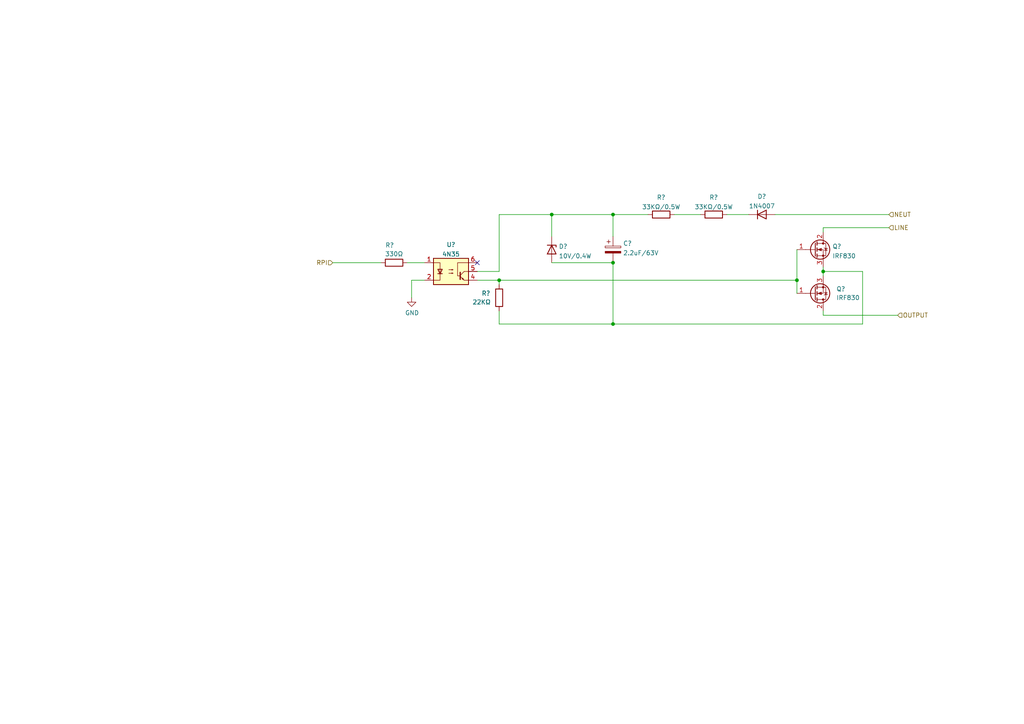
<source format=kicad_sch>
(kicad_sch (version 20211123) (generator eeschema)

  (uuid 78a5a2c5-3fdc-4cab-8c30-f3f709110199)

  (paper "A4")

  (lib_symbols
    (symbol "Device:C_Polarized" (pin_numbers hide) (pin_names (offset 0.254)) (in_bom yes) (on_board yes)
      (property "Reference" "C" (id 0) (at 0.635 2.54 0)
        (effects (font (size 1.27 1.27)) (justify left))
      )
      (property "Value" "C_Polarized" (id 1) (at 0.635 -2.54 0)
        (effects (font (size 1.27 1.27)) (justify left))
      )
      (property "Footprint" "" (id 2) (at 0.9652 -3.81 0)
        (effects (font (size 1.27 1.27)) hide)
      )
      (property "Datasheet" "~" (id 3) (at 0 0 0)
        (effects (font (size 1.27 1.27)) hide)
      )
      (property "ki_keywords" "cap capacitor" (id 4) (at 0 0 0)
        (effects (font (size 1.27 1.27)) hide)
      )
      (property "ki_description" "Polarized capacitor" (id 5) (at 0 0 0)
        (effects (font (size 1.27 1.27)) hide)
      )
      (property "ki_fp_filters" "CP_*" (id 6) (at 0 0 0)
        (effects (font (size 1.27 1.27)) hide)
      )
      (symbol "C_Polarized_0_1"
        (rectangle (start -2.286 0.508) (end 2.286 1.016)
          (stroke (width 0) (type default) (color 0 0 0 0))
          (fill (type none))
        )
        (polyline
          (pts
            (xy -1.778 2.286)
            (xy -0.762 2.286)
          )
          (stroke (width 0) (type default) (color 0 0 0 0))
          (fill (type none))
        )
        (polyline
          (pts
            (xy -1.27 2.794)
            (xy -1.27 1.778)
          )
          (stroke (width 0) (type default) (color 0 0 0 0))
          (fill (type none))
        )
        (rectangle (start 2.286 -0.508) (end -2.286 -1.016)
          (stroke (width 0) (type default) (color 0 0 0 0))
          (fill (type outline))
        )
      )
      (symbol "C_Polarized_1_1"
        (pin passive line (at 0 3.81 270) (length 2.794)
          (name "~" (effects (font (size 1.27 1.27))))
          (number "1" (effects (font (size 1.27 1.27))))
        )
        (pin passive line (at 0 -3.81 90) (length 2.794)
          (name "~" (effects (font (size 1.27 1.27))))
          (number "2" (effects (font (size 1.27 1.27))))
        )
      )
    )
    (symbol "Device:R" (pin_numbers hide) (pin_names (offset 0)) (in_bom yes) (on_board yes)
      (property "Reference" "R" (id 0) (at 2.032 0 90)
        (effects (font (size 1.27 1.27)))
      )
      (property "Value" "R" (id 1) (at 0 0 90)
        (effects (font (size 1.27 1.27)))
      )
      (property "Footprint" "" (id 2) (at -1.778 0 90)
        (effects (font (size 1.27 1.27)) hide)
      )
      (property "Datasheet" "~" (id 3) (at 0 0 0)
        (effects (font (size 1.27 1.27)) hide)
      )
      (property "ki_keywords" "R res resistor" (id 4) (at 0 0 0)
        (effects (font (size 1.27 1.27)) hide)
      )
      (property "ki_description" "Resistor" (id 5) (at 0 0 0)
        (effects (font (size 1.27 1.27)) hide)
      )
      (property "ki_fp_filters" "R_*" (id 6) (at 0 0 0)
        (effects (font (size 1.27 1.27)) hide)
      )
      (symbol "R_0_1"
        (rectangle (start -1.016 -2.54) (end 1.016 2.54)
          (stroke (width 0.254) (type default) (color 0 0 0 0))
          (fill (type none))
        )
      )
      (symbol "R_1_1"
        (pin passive line (at 0 3.81 270) (length 1.27)
          (name "~" (effects (font (size 1.27 1.27))))
          (number "1" (effects (font (size 1.27 1.27))))
        )
        (pin passive line (at 0 -3.81 90) (length 1.27)
          (name "~" (effects (font (size 1.27 1.27))))
          (number "2" (effects (font (size 1.27 1.27))))
        )
      )
    )
    (symbol "Diode:1N4007" (pin_numbers hide) (pin_names (offset 1.016) hide) (in_bom yes) (on_board yes)
      (property "Reference" "D" (id 0) (at 0 2.54 0)
        (effects (font (size 1.27 1.27)))
      )
      (property "Value" "1N4007" (id 1) (at 0 -2.54 0)
        (effects (font (size 1.27 1.27)))
      )
      (property "Footprint" "Diode_THT:D_DO-41_SOD81_P10.16mm_Horizontal" (id 2) (at 0 -4.445 0)
        (effects (font (size 1.27 1.27)) hide)
      )
      (property "Datasheet" "http://www.vishay.com/docs/88503/1n4001.pdf" (id 3) (at 0 0 0)
        (effects (font (size 1.27 1.27)) hide)
      )
      (property "ki_keywords" "diode" (id 4) (at 0 0 0)
        (effects (font (size 1.27 1.27)) hide)
      )
      (property "ki_description" "1000V 1A General Purpose Rectifier Diode, DO-41" (id 5) (at 0 0 0)
        (effects (font (size 1.27 1.27)) hide)
      )
      (property "ki_fp_filters" "D*DO?41*" (id 6) (at 0 0 0)
        (effects (font (size 1.27 1.27)) hide)
      )
      (symbol "1N4007_0_1"
        (polyline
          (pts
            (xy -1.27 1.27)
            (xy -1.27 -1.27)
          )
          (stroke (width 0.254) (type default) (color 0 0 0 0))
          (fill (type none))
        )
        (polyline
          (pts
            (xy 1.27 0)
            (xy -1.27 0)
          )
          (stroke (width 0) (type default) (color 0 0 0 0))
          (fill (type none))
        )
        (polyline
          (pts
            (xy 1.27 1.27)
            (xy 1.27 -1.27)
            (xy -1.27 0)
            (xy 1.27 1.27)
          )
          (stroke (width 0.254) (type default) (color 0 0 0 0))
          (fill (type none))
        )
      )
      (symbol "1N4007_1_1"
        (pin passive line (at -3.81 0 0) (length 2.54)
          (name "K" (effects (font (size 1.27 1.27))))
          (number "1" (effects (font (size 1.27 1.27))))
        )
        (pin passive line (at 3.81 0 180) (length 2.54)
          (name "A" (effects (font (size 1.27 1.27))))
          (number "2" (effects (font (size 1.27 1.27))))
        )
      )
    )
    (symbol "Diode:BZV55B10" (pin_numbers hide) (pin_names (offset 1.016) hide) (in_bom yes) (on_board yes)
      (property "Reference" "D" (id 0) (at 0 2.54 0)
        (effects (font (size 1.27 1.27)))
      )
      (property "Value" "BZV55B10" (id 1) (at 0 -2.54 0)
        (effects (font (size 1.27 1.27)))
      )
      (property "Footprint" "Diode_SMD:D_MiniMELF" (id 2) (at 0 -4.445 0)
        (effects (font (size 1.27 1.27)) hide)
      )
      (property "Datasheet" "https://assets.nexperia.com/documents/data-sheet/BZV55_SER.pdf" (id 3) (at 0 0 0)
        (effects (font (size 1.27 1.27)) hide)
      )
      (property "ki_keywords" "zener diode" (id 4) (at 0 0 0)
        (effects (font (size 1.27 1.27)) hide)
      )
      (property "ki_description" "10V, 500mW, 2%, Zener diode, MiniMELF" (id 5) (at 0 0 0)
        (effects (font (size 1.27 1.27)) hide)
      )
      (property "ki_fp_filters" "D*MiniMELF*" (id 6) (at 0 0 0)
        (effects (font (size 1.27 1.27)) hide)
      )
      (symbol "BZV55B10_0_1"
        (polyline
          (pts
            (xy 1.27 0)
            (xy -1.27 0)
          )
          (stroke (width 0) (type default) (color 0 0 0 0))
          (fill (type none))
        )
        (polyline
          (pts
            (xy -1.27 -1.27)
            (xy -1.27 1.27)
            (xy -0.762 1.27)
          )
          (stroke (width 0.254) (type default) (color 0 0 0 0))
          (fill (type none))
        )
        (polyline
          (pts
            (xy 1.27 -1.27)
            (xy 1.27 1.27)
            (xy -1.27 0)
            (xy 1.27 -1.27)
          )
          (stroke (width 0.254) (type default) (color 0 0 0 0))
          (fill (type none))
        )
      )
      (symbol "BZV55B10_1_1"
        (pin passive line (at -3.81 0 0) (length 2.54)
          (name "K" (effects (font (size 1.27 1.27))))
          (number "1" (effects (font (size 1.27 1.27))))
        )
        (pin passive line (at 3.81 0 180) (length 2.54)
          (name "A" (effects (font (size 1.27 1.27))))
          (number "2" (effects (font (size 1.27 1.27))))
        )
      )
    )
    (symbol "Isolator:4N35" (pin_names (offset 1.016)) (in_bom yes) (on_board yes)
      (property "Reference" "U" (id 0) (at -5.08 5.08 0)
        (effects (font (size 1.27 1.27)) (justify left))
      )
      (property "Value" "4N35" (id 1) (at 0 5.08 0)
        (effects (font (size 1.27 1.27)) (justify left))
      )
      (property "Footprint" "Package_DIP:DIP-6_W7.62mm" (id 2) (at -5.08 -5.08 0)
        (effects (font (size 1.27 1.27) italic) (justify left) hide)
      )
      (property "Datasheet" "https://www.vishay.com/docs/81181/4n35.pdf" (id 3) (at 0 0 0)
        (effects (font (size 1.27 1.27)) (justify left) hide)
      )
      (property "ki_keywords" "NPN DC Optocoupler Base Connected" (id 4) (at 0 0 0)
        (effects (font (size 1.27 1.27)) hide)
      )
      (property "ki_description" "Optocoupler, Phototransistor Output, with Base Connection, Vce 70V, CTR 100%, Viso 5000V, DIP6" (id 5) (at 0 0 0)
        (effects (font (size 1.27 1.27)) hide)
      )
      (property "ki_fp_filters" "DIP*W7.62mm*" (id 6) (at 0 0 0)
        (effects (font (size 1.27 1.27)) hide)
      )
      (symbol "4N35_0_1"
        (rectangle (start -5.08 3.81) (end 5.08 -3.81)
          (stroke (width 0.254) (type default) (color 0 0 0 0))
          (fill (type background))
        )
        (polyline
          (pts
            (xy -3.81 -0.635)
            (xy -2.54 -0.635)
          )
          (stroke (width 0.254) (type default) (color 0 0 0 0))
          (fill (type none))
        )
        (polyline
          (pts
            (xy 2.667 -1.397)
            (xy 3.81 -2.54)
          )
          (stroke (width 0) (type default) (color 0 0 0 0))
          (fill (type none))
        )
        (polyline
          (pts
            (xy 2.667 -1.143)
            (xy 3.81 0)
          )
          (stroke (width 0) (type default) (color 0 0 0 0))
          (fill (type none))
        )
        (polyline
          (pts
            (xy 3.81 -2.54)
            (xy 5.08 -2.54)
          )
          (stroke (width 0) (type default) (color 0 0 0 0))
          (fill (type none))
        )
        (polyline
          (pts
            (xy 3.81 0)
            (xy 5.08 0)
          )
          (stroke (width 0) (type default) (color 0 0 0 0))
          (fill (type none))
        )
        (polyline
          (pts
            (xy 2.667 -0.254)
            (xy 2.667 -2.286)
            (xy 2.667 -2.286)
          )
          (stroke (width 0.3556) (type default) (color 0 0 0 0))
          (fill (type none))
        )
        (polyline
          (pts
            (xy -5.08 -2.54)
            (xy -3.175 -2.54)
            (xy -3.175 2.54)
            (xy -5.08 2.54)
          )
          (stroke (width 0) (type default) (color 0 0 0 0))
          (fill (type none))
        )
        (polyline
          (pts
            (xy -3.175 -0.635)
            (xy -3.81 0.635)
            (xy -2.54 0.635)
            (xy -3.175 -0.635)
          )
          (stroke (width 0.254) (type default) (color 0 0 0 0))
          (fill (type none))
        )
        (polyline
          (pts
            (xy 3.683 -2.413)
            (xy 3.429 -1.905)
            (xy 3.175 -2.159)
            (xy 3.683 -2.413)
          )
          (stroke (width 0) (type default) (color 0 0 0 0))
          (fill (type none))
        )
        (polyline
          (pts
            (xy 5.08 2.54)
            (xy 1.905 2.54)
            (xy 1.905 -1.27)
            (xy 2.54 -1.27)
          )
          (stroke (width 0) (type default) (color 0 0 0 0))
          (fill (type none))
        )
        (polyline
          (pts
            (xy -0.635 -0.508)
            (xy 0.635 -0.508)
            (xy 0.254 -0.635)
            (xy 0.254 -0.381)
            (xy 0.635 -0.508)
          )
          (stroke (width 0) (type default) (color 0 0 0 0))
          (fill (type none))
        )
        (polyline
          (pts
            (xy -0.635 0.508)
            (xy 0.635 0.508)
            (xy 0.254 0.381)
            (xy 0.254 0.635)
            (xy 0.635 0.508)
          )
          (stroke (width 0) (type default) (color 0 0 0 0))
          (fill (type none))
        )
      )
      (symbol "4N35_1_1"
        (pin passive line (at -7.62 2.54 0) (length 2.54)
          (name "~" (effects (font (size 1.27 1.27))))
          (number "1" (effects (font (size 1.27 1.27))))
        )
        (pin passive line (at -7.62 -2.54 0) (length 2.54)
          (name "~" (effects (font (size 1.27 1.27))))
          (number "2" (effects (font (size 1.27 1.27))))
        )
        (pin no_connect line (at -5.08 0 0) (length 2.54) hide
          (name "NC" (effects (font (size 1.27 1.27))))
          (number "3" (effects (font (size 1.27 1.27))))
        )
        (pin passive line (at 7.62 -2.54 180) (length 2.54)
          (name "~" (effects (font (size 1.27 1.27))))
          (number "4" (effects (font (size 1.27 1.27))))
        )
        (pin passive line (at 7.62 0 180) (length 2.54)
          (name "~" (effects (font (size 1.27 1.27))))
          (number "5" (effects (font (size 1.27 1.27))))
        )
        (pin passive line (at 7.62 2.54 180) (length 2.54)
          (name "~" (effects (font (size 1.27 1.27))))
          (number "6" (effects (font (size 1.27 1.27))))
        )
      )
    )
    (symbol "Transistor_FET:IRF740" (pin_names hide) (in_bom yes) (on_board yes)
      (property "Reference" "Q" (id 0) (at 6.35 1.905 0)
        (effects (font (size 1.27 1.27)) (justify left))
      )
      (property "Value" "IRF740" (id 1) (at 6.35 0 0)
        (effects (font (size 1.27 1.27)) (justify left))
      )
      (property "Footprint" "Package_TO_SOT_THT:TO-220-3_Vertical" (id 2) (at 6.35 -1.905 0)
        (effects (font (size 1.27 1.27) italic) (justify left) hide)
      )
      (property "Datasheet" "http://www.vishay.com/docs/91054/91054.pdf" (id 3) (at 0 0 0)
        (effects (font (size 1.27 1.27)) (justify left) hide)
      )
      (property "ki_keywords" "N Channel" (id 4) (at 0 0 0)
        (effects (font (size 1.27 1.27)) hide)
      )
      (property "ki_description" "10A Id, 400V Vds, N-Channel Power MOSFET, 500mOhm Rds, TO-220AB" (id 5) (at 0 0 0)
        (effects (font (size 1.27 1.27)) hide)
      )
      (property "ki_fp_filters" "TO?220*" (id 6) (at 0 0 0)
        (effects (font (size 1.27 1.27)) hide)
      )
      (symbol "IRF740_0_1"
        (polyline
          (pts
            (xy 0.254 0)
            (xy -2.54 0)
          )
          (stroke (width 0) (type default) (color 0 0 0 0))
          (fill (type none))
        )
        (polyline
          (pts
            (xy 0.254 1.905)
            (xy 0.254 -1.905)
          )
          (stroke (width 0.254) (type default) (color 0 0 0 0))
          (fill (type none))
        )
        (polyline
          (pts
            (xy 0.762 -1.27)
            (xy 0.762 -2.286)
          )
          (stroke (width 0.254) (type default) (color 0 0 0 0))
          (fill (type none))
        )
        (polyline
          (pts
            (xy 0.762 0.508)
            (xy 0.762 -0.508)
          )
          (stroke (width 0.254) (type default) (color 0 0 0 0))
          (fill (type none))
        )
        (polyline
          (pts
            (xy 0.762 2.286)
            (xy 0.762 1.27)
          )
          (stroke (width 0.254) (type default) (color 0 0 0 0))
          (fill (type none))
        )
        (polyline
          (pts
            (xy 2.54 2.54)
            (xy 2.54 1.778)
          )
          (stroke (width 0) (type default) (color 0 0 0 0))
          (fill (type none))
        )
        (polyline
          (pts
            (xy 2.54 -2.54)
            (xy 2.54 0)
            (xy 0.762 0)
          )
          (stroke (width 0) (type default) (color 0 0 0 0))
          (fill (type none))
        )
        (polyline
          (pts
            (xy 0.762 -1.778)
            (xy 3.302 -1.778)
            (xy 3.302 1.778)
            (xy 0.762 1.778)
          )
          (stroke (width 0) (type default) (color 0 0 0 0))
          (fill (type none))
        )
        (polyline
          (pts
            (xy 1.016 0)
            (xy 2.032 0.381)
            (xy 2.032 -0.381)
            (xy 1.016 0)
          )
          (stroke (width 0) (type default) (color 0 0 0 0))
          (fill (type outline))
        )
        (polyline
          (pts
            (xy 2.794 0.508)
            (xy 2.921 0.381)
            (xy 3.683 0.381)
            (xy 3.81 0.254)
          )
          (stroke (width 0) (type default) (color 0 0 0 0))
          (fill (type none))
        )
        (polyline
          (pts
            (xy 3.302 0.381)
            (xy 2.921 -0.254)
            (xy 3.683 -0.254)
            (xy 3.302 0.381)
          )
          (stroke (width 0) (type default) (color 0 0 0 0))
          (fill (type none))
        )
        (circle (center 1.651 0) (radius 2.794)
          (stroke (width 0.254) (type default) (color 0 0 0 0))
          (fill (type none))
        )
        (circle (center 2.54 -1.778) (radius 0.254)
          (stroke (width 0) (type default) (color 0 0 0 0))
          (fill (type outline))
        )
        (circle (center 2.54 1.778) (radius 0.254)
          (stroke (width 0) (type default) (color 0 0 0 0))
          (fill (type outline))
        )
      )
      (symbol "IRF740_1_1"
        (pin input line (at -5.08 0 0) (length 2.54)
          (name "G" (effects (font (size 1.27 1.27))))
          (number "1" (effects (font (size 1.27 1.27))))
        )
        (pin passive line (at 2.54 5.08 270) (length 2.54)
          (name "D" (effects (font (size 1.27 1.27))))
          (number "2" (effects (font (size 1.27 1.27))))
        )
        (pin passive line (at 2.54 -5.08 90) (length 2.54)
          (name "S" (effects (font (size 1.27 1.27))))
          (number "3" (effects (font (size 1.27 1.27))))
        )
      )
    )
    (symbol "power:GND" (power) (pin_names (offset 0)) (in_bom yes) (on_board yes)
      (property "Reference" "#PWR" (id 0) (at 0 -6.35 0)
        (effects (font (size 1.27 1.27)) hide)
      )
      (property "Value" "GND" (id 1) (at 0 -3.81 0)
        (effects (font (size 1.27 1.27)))
      )
      (property "Footprint" "" (id 2) (at 0 0 0)
        (effects (font (size 1.27 1.27)) hide)
      )
      (property "Datasheet" "" (id 3) (at 0 0 0)
        (effects (font (size 1.27 1.27)) hide)
      )
      (property "ki_keywords" "power-flag" (id 4) (at 0 0 0)
        (effects (font (size 1.27 1.27)) hide)
      )
      (property "ki_description" "Power symbol creates a global label with name \"GND\" , ground" (id 5) (at 0 0 0)
        (effects (font (size 1.27 1.27)) hide)
      )
      (symbol "GND_0_1"
        (polyline
          (pts
            (xy 0 0)
            (xy 0 -1.27)
            (xy 1.27 -1.27)
            (xy 0 -2.54)
            (xy -1.27 -1.27)
            (xy 0 -1.27)
          )
          (stroke (width 0) (type default) (color 0 0 0 0))
          (fill (type none))
        )
      )
      (symbol "GND_1_1"
        (pin power_in line (at 0 0 270) (length 0) hide
          (name "GND" (effects (font (size 1.27 1.27))))
          (number "1" (effects (font (size 1.27 1.27))))
        )
      )
    )
  )

  (junction (at 160.02 62.23) (diameter 0) (color 0 0 0 0)
    (uuid 6005a4ef-ff28-42c8-b3cf-f12495baf2c8)
  )
  (junction (at 177.8 76.2) (diameter 0) (color 0 0 0 0)
    (uuid 6bd5cac7-f2a6-4429-b69a-8aa8afb33d2d)
  )
  (junction (at 177.8 62.23) (diameter 0) (color 0 0 0 0)
    (uuid ae15bd79-513a-45c5-ad47-25cb5fd1256f)
  )
  (junction (at 231.14 81.28) (diameter 0) (color 0 0 0 0)
    (uuid dab8c848-41c9-40e3-ac29-22b3d4a5cc73)
  )
  (junction (at 238.76 78.74) (diameter 0) (color 0 0 0 0)
    (uuid e93317ba-69ac-42ba-a510-88de543d501e)
  )
  (junction (at 144.78 81.28) (diameter 0) (color 0 0 0 0)
    (uuid f26e62f6-8149-4ced-9fdd-6b7fe8f925ab)
  )
  (junction (at 177.8 93.98) (diameter 0) (color 0 0 0 0)
    (uuid f8943bfc-18cc-4075-98fe-b14b7ca1cbf3)
  )

  (no_connect (at 138.43 76.2) (uuid 4941103f-edb5-41fd-90ab-aa3d9a7ff18f))

  (wire (pts (xy 138.43 81.28) (xy 144.78 81.28))
    (stroke (width 0) (type default) (color 0 0 0 0))
    (uuid 05829616-6419-4c9e-9731-289f8869e36d)
  )
  (wire (pts (xy 144.78 62.23) (xy 160.02 62.23))
    (stroke (width 0) (type default) (color 0 0 0 0))
    (uuid 18e75775-2404-4bae-8f75-691e60cac4f7)
  )
  (wire (pts (xy 224.79 62.23) (xy 257.81 62.23))
    (stroke (width 0) (type default) (color 0 0 0 0))
    (uuid 1fb9b317-b5e2-4de0-9f02-3f38794e9c40)
  )
  (wire (pts (xy 144.78 93.98) (xy 177.8 93.98))
    (stroke (width 0) (type default) (color 0 0 0 0))
    (uuid 30f30346-6dcc-4a4c-996d-f2ccbfc8d1e5)
  )
  (wire (pts (xy 238.76 66.04) (xy 238.76 67.31))
    (stroke (width 0) (type default) (color 0 0 0 0))
    (uuid 34fbc24c-e9d8-4aa2-8435-780d599502bc)
  )
  (wire (pts (xy 177.8 62.23) (xy 177.8 68.58))
    (stroke (width 0) (type default) (color 0 0 0 0))
    (uuid 4b112ca1-d9b9-4ab5-8ccb-85e914d3bad4)
  )
  (wire (pts (xy 123.19 81.28) (xy 119.38 81.28))
    (stroke (width 0) (type default) (color 0 0 0 0))
    (uuid 4e6ce559-f334-43bc-b181-c1e041be6a98)
  )
  (wire (pts (xy 138.43 78.74) (xy 144.78 78.74))
    (stroke (width 0) (type default) (color 0 0 0 0))
    (uuid 4ef5d5f8-03c1-42e7-bda1-72b1babad5e9)
  )
  (wire (pts (xy 144.78 90.17) (xy 144.78 93.98))
    (stroke (width 0) (type default) (color 0 0 0 0))
    (uuid 5044c217-8134-44c3-9515-2d7d3ffb1452)
  )
  (wire (pts (xy 238.76 78.74) (xy 238.76 77.47))
    (stroke (width 0) (type default) (color 0 0 0 0))
    (uuid 54b3a802-a488-418a-92cf-57167ccf4e3f)
  )
  (wire (pts (xy 231.14 81.28) (xy 231.14 85.09))
    (stroke (width 0) (type default) (color 0 0 0 0))
    (uuid 54c5d5a7-3e49-4f8d-87db-f5c672c6de96)
  )
  (wire (pts (xy 118.11 76.2) (xy 123.19 76.2))
    (stroke (width 0) (type default) (color 0 0 0 0))
    (uuid 59408ada-6543-42d2-a11b-cf17bab05110)
  )
  (wire (pts (xy 177.8 62.23) (xy 160.02 62.23))
    (stroke (width 0) (type default) (color 0 0 0 0))
    (uuid 5edfff10-eeb3-4e61-ac4f-727cc8da7edd)
  )
  (wire (pts (xy 177.8 76.2) (xy 177.8 93.98))
    (stroke (width 0) (type default) (color 0 0 0 0))
    (uuid 667d7a25-d2bd-4acd-a7fc-503d65f64002)
  )
  (wire (pts (xy 238.76 78.74) (xy 250.19 78.74))
    (stroke (width 0) (type default) (color 0 0 0 0))
    (uuid 69f6a451-0bdc-415e-be5b-22ef4ab7f42c)
  )
  (wire (pts (xy 96.52 76.2) (xy 110.49 76.2))
    (stroke (width 0) (type default) (color 0 0 0 0))
    (uuid 751a89ee-19dc-4aaa-a07f-e975869dd2b0)
  )
  (wire (pts (xy 160.02 62.23) (xy 160.02 68.58))
    (stroke (width 0) (type default) (color 0 0 0 0))
    (uuid 78ed1787-a554-49f5-aa6f-88b6275a420a)
  )
  (wire (pts (xy 195.58 62.23) (xy 203.2 62.23))
    (stroke (width 0) (type default) (color 0 0 0 0))
    (uuid 7b33e425-77c5-42d8-972f-480ed8cb722d)
  )
  (wire (pts (xy 144.78 78.74) (xy 144.78 62.23))
    (stroke (width 0) (type default) (color 0 0 0 0))
    (uuid 80ff1ed9-cc7b-4c5f-9697-47f2c4503446)
  )
  (wire (pts (xy 231.14 72.39) (xy 231.14 81.28))
    (stroke (width 0) (type default) (color 0 0 0 0))
    (uuid 83c1d4bf-a811-47ad-a86f-953a937ffb1b)
  )
  (wire (pts (xy 187.96 62.23) (xy 177.8 62.23))
    (stroke (width 0) (type default) (color 0 0 0 0))
    (uuid 856fc2b0-c6b3-4cee-a0ba-ac6ecd0e6def)
  )
  (wire (pts (xy 238.76 78.74) (xy 238.76 80.01))
    (stroke (width 0) (type default) (color 0 0 0 0))
    (uuid 99ab92f5-a88d-45b1-9638-989000bf95c1)
  )
  (wire (pts (xy 144.78 82.55) (xy 144.78 81.28))
    (stroke (width 0) (type default) (color 0 0 0 0))
    (uuid 9cc5c976-bbb7-423e-9701-c58094c2e329)
  )
  (wire (pts (xy 238.76 66.04) (xy 257.81 66.04))
    (stroke (width 0) (type default) (color 0 0 0 0))
    (uuid a561b592-850e-4de4-86b3-2c5b0b08d5ce)
  )
  (wire (pts (xy 119.38 81.28) (xy 119.38 86.36))
    (stroke (width 0) (type default) (color 0 0 0 0))
    (uuid a6b55aa6-ed27-46db-a7ad-87a6fbdc8d6d)
  )
  (wire (pts (xy 160.02 76.2) (xy 177.8 76.2))
    (stroke (width 0) (type default) (color 0 0 0 0))
    (uuid c1d606ca-6bcc-4111-95d3-4b5a47bd4660)
  )
  (wire (pts (xy 177.8 93.98) (xy 250.19 93.98))
    (stroke (width 0) (type default) (color 0 0 0 0))
    (uuid c504733b-bf73-4b94-a71e-bc0225947930)
  )
  (wire (pts (xy 238.76 90.17) (xy 238.76 91.44))
    (stroke (width 0) (type default) (color 0 0 0 0))
    (uuid d0a98feb-e192-496f-a59a-aecce1a777dc)
  )
  (wire (pts (xy 210.82 62.23) (xy 217.17 62.23))
    (stroke (width 0) (type default) (color 0 0 0 0))
    (uuid d883cb27-4b98-4d18-ab60-7c822768d30b)
  )
  (wire (pts (xy 250.19 93.98) (xy 250.19 78.74))
    (stroke (width 0) (type default) (color 0 0 0 0))
    (uuid e655b39c-22c5-423c-b2a7-6dda86bedae2)
  )
  (wire (pts (xy 238.76 91.44) (xy 260.35 91.44))
    (stroke (width 0) (type default) (color 0 0 0 0))
    (uuid ed92347c-6280-4a51-87e6-bb2eaf6a325b)
  )
  (wire (pts (xy 144.78 81.28) (xy 231.14 81.28))
    (stroke (width 0) (type default) (color 0 0 0 0))
    (uuid f28ee011-7c57-4fd9-afe2-e214163aba5f)
  )

  (hierarchical_label "OUTPUT" (shape input) (at 260.35 91.44 0)
    (effects (font (size 1.27 1.27)) (justify left))
    (uuid 5163f77b-b9b3-4ac1-8f88-3b6f5ffb48ba)
  )
  (hierarchical_label "LINE" (shape input) (at 257.81 66.04 0)
    (effects (font (size 1.27 1.27)) (justify left))
    (uuid 73c82b55-ba6c-410e-8734-673e8b50c12f)
  )
  (hierarchical_label "NEUT" (shape input) (at 257.81 62.23 0)
    (effects (font (size 1.27 1.27)) (justify left))
    (uuid 77c5aa5b-5c51-4602-8a92-e7f8b2a8e374)
  )
  (hierarchical_label "RPI" (shape input) (at 96.52 76.2 180)
    (effects (font (size 1.27 1.27)) (justify right))
    (uuid 913db008-32fd-4c0f-8175-e2744ac7d426)
  )

  (symbol (lib_id "Isolator:4N35") (at 130.81 78.74 0)
    (in_bom yes) (on_board yes) (fields_autoplaced)
    (uuid 1a9c0160-c77e-4287-9421-d8e91666fd57)
    (property "Reference" "U?" (id 0) (at 130.81 70.9635 0))
    (property "Value" "4N35" (id 1) (at 130.81 73.7386 0))
    (property "Footprint" "Package_DIP:SMDIP-6_W7.62mm" (id 2) (at 125.73 83.82 0)
      (effects (font (size 1.27 1.27) italic) (justify left) hide)
    )
    (property "Datasheet" "https://datasheet.lcsc.com/lcsc/1808131712_Everlight-Elec-4N35_C57084.pdf" (id 3) (at 130.81 78.74 0)
      (effects (font (size 1.27 1.27)) (justify left) hide)
    )
    (property "LCSC" "C115444" (id 4) (at 130.81 78.74 0)
      (effects (font (size 1.27 1.27)) hide)
    )
    (pin "1" (uuid ba1fee53-8c34-4d1c-8039-314dc342f359))
    (pin "2" (uuid ebac2ecc-0878-4054-aa2b-0fbdee4a099a))
    (pin "3" (uuid a9e23d65-7d04-409d-b52d-4bd1d741b888))
    (pin "4" (uuid 3fa35856-80ec-436c-82db-5fd7e16a0920))
    (pin "5" (uuid 48ec1fb6-bc1f-4779-9ad9-c93e74903d64))
    (pin "6" (uuid c75c0298-9526-4f97-9024-27cc77ab6cf6))
  )

  (symbol (lib_id "Diode:1N4007") (at 220.98 62.23 0)
    (in_bom yes) (on_board yes) (fields_autoplaced)
    (uuid 2e64a9cb-5bf9-417f-9095-89375b850903)
    (property "Reference" "D?" (id 0) (at 220.98 56.9935 0))
    (property "Value" "1N4007" (id 1) (at 220.98 59.7686 0))
    (property "Footprint" "Diode_SMD:D_SMA" (id 2) (at 220.98 66.675 0)
      (effects (font (size 1.27 1.27)) hide)
    )
    (property "Datasheet" "https://datasheet.lcsc.com/lcsc/2008281133_TWGMC-1N4007_C727081.pdf" (id 3) (at 220.98 62.23 0)
      (effects (font (size 1.27 1.27)) hide)
    )
    (property "LCSC" "C727081" (id 4) (at 220.98 62.23 0)
      (effects (font (size 1.27 1.27)) hide)
    )
    (pin "1" (uuid 9ff7ccfa-f0ed-4371-a822-b918e8d6ae43))
    (pin "2" (uuid c1dc24f7-1a59-43c1-94a9-09bdcf1cb2aa))
  )

  (symbol (lib_id "Device:R") (at 207.01 62.23 270)
    (in_bom yes) (on_board yes) (fields_autoplaced)
    (uuid 490f01e3-8a5e-4fd4-a439-acc10964e599)
    (property "Reference" "R?" (id 0) (at 207.01 57.2475 90))
    (property "Value" "33KΩ/0.5W" (id 1) (at 207.01 60.0226 90))
    (property "Footprint" "Resistor_SMD:R_0805_2012Metric" (id 2) (at 207.01 60.452 90)
      (effects (font (size 1.27 1.27)) hide)
    )
    (property "Datasheet" "https://datasheet.lcsc.com/lcsc/2012181743_UNI-ROYAL-Uniroyal-Elec-AS05W2J0333T5E_C966118.pdf" (id 3) (at 207.01 62.23 0)
      (effects (font (size 1.27 1.27)) hide)
    )
    (property "LCSC" "C966118" (id 4) (at 207.01 62.23 90)
      (effects (font (size 1.27 1.27)) hide)
    )
    (pin "1" (uuid 8b037579-1946-4b86-b49f-f2a73102715d))
    (pin "2" (uuid e1f6472c-28b9-4555-b434-24d8b40ce9c5))
  )

  (symbol (lib_id "Transistor_FET:IRF740") (at 236.22 72.39 0)
    (in_bom yes) (on_board yes) (fields_autoplaced)
    (uuid 4ef6827d-0df8-41d0-8871-f9f7f080cd42)
    (property "Reference" "Q?" (id 0) (at 241.427 71.4815 0)
      (effects (font (size 1.27 1.27)) (justify left))
    )
    (property "Value" "IRF830" (id 1) (at 241.427 74.2566 0)
      (effects (font (size 1.27 1.27)) (justify left))
    )
    (property "Footprint" "Package_TO_SOT_SMD:TO-263-3_TabPin2" (id 2) (at 242.57 74.295 0)
      (effects (font (size 1.27 1.27) italic) (justify left) hide)
    )
    (property "Datasheet" "https://datasheet.lcsc.com/lcsc/2006291614_VBsemi-Elec-IRF830ASTRL_C693297.pdf" (id 3) (at 236.22 72.39 0)
      (effects (font (size 1.27 1.27)) (justify left) hide)
    )
    (property "LCSC" "C693297" (id 4) (at 236.22 72.39 0)
      (effects (font (size 1.27 1.27)) hide)
    )
    (pin "1" (uuid 322dab66-2e7a-4c74-9e6a-c56ff912a6c6))
    (pin "2" (uuid 5e6ba214-b87e-49ec-a8e3-bfaacde18499))
    (pin "3" (uuid 26e00fe2-46b4-40b6-aa73-b2bcf20b900b))
  )

  (symbol (lib_id "Transistor_FET:IRF740") (at 236.22 85.09 0) (mirror x)
    (in_bom yes) (on_board yes) (fields_autoplaced)
    (uuid 5da43cdb-11fe-4de8-8acd-b191623db6c8)
    (property "Reference" "Q?" (id 0) (at 242.57 83.8199 0)
      (effects (font (size 1.27 1.27)) (justify left))
    )
    (property "Value" "IRF830" (id 1) (at 242.57 86.3599 0)
      (effects (font (size 1.27 1.27)) (justify left))
    )
    (property "Footprint" "Package_TO_SOT_SMD:TO-263-3_TabPin2" (id 2) (at 242.57 83.185 0)
      (effects (font (size 1.27 1.27) italic) (justify left) hide)
    )
    (property "Datasheet" "https://datasheet.lcsc.com/lcsc/2006291614_VBsemi-Elec-IRF830ASTRL_C693297.pdf" (id 3) (at 236.22 85.09 0)
      (effects (font (size 1.27 1.27)) (justify left) hide)
    )
    (property "LCSC" "C693297" (id 4) (at 236.22 85.09 0)
      (effects (font (size 1.27 1.27)) hide)
    )
    (pin "1" (uuid bd9e4e64-3b07-4afb-bb51-77a9ccd02ae1))
    (pin "2" (uuid f9d26ad9-b9d3-4652-95c0-952963cbb470))
    (pin "3" (uuid 501fefcc-4346-443d-902c-2aa4e25ed1bd))
  )

  (symbol (lib_id "Device:R") (at 191.77 62.23 270)
    (in_bom yes) (on_board yes) (fields_autoplaced)
    (uuid 8a3123a2-5014-47e5-9edb-2d771f599152)
    (property "Reference" "R?" (id 0) (at 191.77 57.2475 90))
    (property "Value" "33KΩ/0.5W" (id 1) (at 191.77 60.0226 90))
    (property "Footprint" "Resistor_SMD:R_0805_2012Metric" (id 2) (at 191.77 60.452 90)
      (effects (font (size 1.27 1.27)) hide)
    )
    (property "Datasheet" "https://datasheet.lcsc.com/lcsc/2012181743_UNI-ROYAL-Uniroyal-Elec-AS05W2J0333T5E_C966118.pdf" (id 3) (at 191.77 62.23 0)
      (effects (font (size 1.27 1.27)) hide)
    )
    (property "LCSC" "C966118" (id 4) (at 191.77 62.23 90)
      (effects (font (size 1.27 1.27)) hide)
    )
    (pin "1" (uuid 3b926305-2dd2-4a62-be96-41791e0db084))
    (pin "2" (uuid 93765f02-ad01-4c64-ad0a-69e464443035))
  )

  (symbol (lib_id "Device:C_Polarized") (at 177.8 72.39 0)
    (in_bom yes) (on_board yes) (fields_autoplaced)
    (uuid 8ec4e8f1-b525-4063-9b71-e689d41c50b1)
    (property "Reference" "C?" (id 0) (at 180.721 70.5925 0)
      (effects (font (size 1.27 1.27)) (justify left))
    )
    (property "Value" "2.2uF/63V" (id 1) (at 180.721 73.3676 0)
      (effects (font (size 1.27 1.27)) (justify left))
    )
    (property "Footprint" "Capacitor_SMD:C_1206_3216Metric" (id 2) (at 178.7652 76.2 0)
      (effects (font (size 1.27 1.27)) hide)
    )
    (property "Datasheet" "https://datasheet.lcsc.com/lcsc/1811072012_Samsung-Electro-Mechanics-CL31B225KBHNNNE_C50254.pdf" (id 3) (at 177.8 72.39 0)
      (effects (font (size 1.27 1.27)) hide)
    )
    (property "LCSC" "C50254" (id 4) (at 177.8 72.39 0)
      (effects (font (size 1.27 1.27)) hide)
    )
    (pin "1" (uuid 2ed95707-4d7f-40b7-9174-114ca617c9d1))
    (pin "2" (uuid f46b016e-980e-48c1-aeb3-df65179c9a50))
  )

  (symbol (lib_id "power:GND") (at 119.38 86.36 0)
    (in_bom yes) (on_board yes)
    (uuid 99fb663b-53f7-4a17-adf9-b23c168f4be5)
    (property "Reference" "#PWR?" (id 0) (at 119.38 92.71 0)
      (effects (font (size 1.27 1.27)) hide)
    )
    (property "Value" "GND" (id 1) (at 119.507 90.7542 0))
    (property "Footprint" "" (id 2) (at 119.38 86.36 0)
      (effects (font (size 1.27 1.27)) hide)
    )
    (property "Datasheet" "" (id 3) (at 119.38 86.36 0)
      (effects (font (size 1.27 1.27)) hide)
    )
    (pin "1" (uuid a9054b29-34fd-4c0f-8974-79828945b6e4))
  )

  (symbol (lib_id "Device:R") (at 144.78 86.36 0)
    (in_bom yes) (on_board yes)
    (uuid ac062ee0-a6f8-4369-9f67-fed205893c9f)
    (property "Reference" "R?" (id 0) (at 140.97 85.09 0))
    (property "Value" "22KΩ" (id 1) (at 139.7 87.63 0))
    (property "Footprint" "Resistor_SMD:R_0603_1608Metric" (id 2) (at 143.002 86.36 90)
      (effects (font (size 1.27 1.27)) hide)
    )
    (property "Datasheet" "https://datasheet.lcsc.com/lcsc/1811081712_UNI-ROYAL-Uniroyal-Elec-0603WAF2202T5E_C31850.pdf" (id 3) (at 144.78 86.36 0)
      (effects (font (size 1.27 1.27)) hide)
    )
    (property "LCSC" "C31850" (id 4) (at 144.78 86.36 0)
      (effects (font (size 1.27 1.27)) hide)
    )
    (pin "1" (uuid 64cbadae-81b4-4ed7-88cc-ccd781f80c7b))
    (pin "2" (uuid 7236d7c0-469b-4862-887c-5d741cbe2de8))
  )

  (symbol (lib_id "Device:R") (at 114.3 76.2 270)
    (in_bom yes) (on_board yes)
    (uuid b705b1dd-a381-405e-8dca-be2652a8e429)
    (property "Reference" "R?" (id 0) (at 113.03 71.12 90))
    (property "Value" "330Ω" (id 1) (at 114.3 73.66 90))
    (property "Footprint" "Resistor_SMD:R_0603_1608Metric" (id 2) (at 114.3 74.422 90)
      (effects (font (size 1.27 1.27)) hide)
    )
    (property "Datasheet" "https://datasheet.lcsc.com/lcsc/1811081715_UNI-ROYAL-Uniroyal-Elec-0603WAF3300T5E_C23138.pdf" (id 3) (at 114.3 76.2 0)
      (effects (font (size 1.27 1.27)) hide)
    )
    (property "LCSC" "C23138" (id 4) (at 114.3 76.2 90)
      (effects (font (size 1.27 1.27)) hide)
    )
    (pin "1" (uuid 79813754-8a8d-42d3-8807-31e8f1dbbf08))
    (pin "2" (uuid d12ab9b4-beb9-4365-be19-2d45769638a1))
  )

  (symbol (lib_id "Diode:BZV55B10") (at 160.02 72.39 270)
    (in_bom yes) (on_board yes) (fields_autoplaced)
    (uuid e203f2f7-5652-4987-a501-3dc243de509d)
    (property "Reference" "D?" (id 0) (at 162.052 71.4815 90)
      (effects (font (size 1.27 1.27)) (justify left))
    )
    (property "Value" "10V/0.4W" (id 1) (at 162.052 74.2566 90)
      (effects (font (size 1.27 1.27)) (justify left))
    )
    (property "Footprint" "Diode_SMD:D_SOD-123" (id 2) (at 155.575 72.39 0)
      (effects (font (size 1.27 1.27)) hide)
    )
    (property "Datasheet" "https://datasheet.lcsc.com/lcsc/1811051610_MDD%EF%BC%88Microdiode-Electronics%EF%BC%89-BZT52C10_C173431.pdf" (id 3) (at 160.02 72.39 0)
      (effects (font (size 1.27 1.27)) hide)
    )
    (property "LCSC" "C173431" (id 4) (at 160.02 72.39 90)
      (effects (font (size 1.27 1.27)) hide)
    )
    (pin "1" (uuid 8ee487ed-93db-47be-be6e-7f7c0ca54b9f))
    (pin "2" (uuid 3e0cf18a-71ff-44c4-9053-607b14451ad7))
  )
)

</source>
